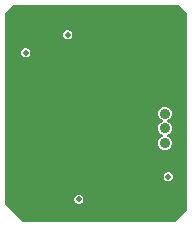
<source format=gbl>
G04*
G04 #@! TF.GenerationSoftware,Altium Limited,Altium Designer,21.6.1 (37)*
G04*
G04 Layer_Physical_Order=4*
G04 Layer_Color=16711680*
%FSLAX44Y44*%
%MOMM*%
G71*
G04*
G04 #@! TF.SameCoordinates,F4782AAD-9866-4A79-8099-FE8F1ED221DB*
G04*
G04*
G04 #@! TF.FilePolarity,Positive*
G04*
G01*
G75*
%ADD47C,0.7000*%
%ADD48C,0.5040*%
%ADD49C,0.9000*%
G36*
X411701Y261194D02*
Y95056D01*
X401694Y85049D01*
X271556D01*
X257049Y99556D01*
Y261694D01*
X263806Y268451D01*
X404444D01*
X411701Y261194D01*
D02*
G37*
%LPC*%
G36*
X311396Y246868D02*
X309888D01*
X308495Y246291D01*
X307429Y245225D01*
X306852Y243832D01*
Y242324D01*
X307429Y240931D01*
X308495Y239865D01*
X309888Y239288D01*
X311396D01*
X312789Y239865D01*
X313855Y240931D01*
X314432Y242324D01*
Y243832D01*
X313855Y245225D01*
X312789Y246291D01*
X311396Y246868D01*
D02*
G37*
G36*
X275836Y231628D02*
X274328D01*
X272935Y231051D01*
X271869Y229985D01*
X271292Y228592D01*
Y227084D01*
X271869Y225691D01*
X272935Y224625D01*
X274328Y224048D01*
X275836D01*
X277229Y224625D01*
X278295Y225691D01*
X278872Y227084D01*
Y228592D01*
X278295Y229985D01*
X277229Y231051D01*
X275836Y231628D01*
D02*
G37*
G36*
X393898Y182270D02*
X391602D01*
X389482Y181392D01*
X387859Y179768D01*
X386980Y177648D01*
Y175352D01*
X387859Y173232D01*
X389482Y171609D01*
X391102Y170937D01*
Y169563D01*
X389482Y168892D01*
X387859Y167269D01*
X386980Y165148D01*
Y162852D01*
X387859Y160732D01*
X389482Y159109D01*
X391102Y158437D01*
Y157063D01*
X389482Y156391D01*
X387859Y154768D01*
X386980Y152647D01*
Y150352D01*
X387859Y148231D01*
X389482Y146608D01*
X391602Y145730D01*
X393898D01*
X396018Y146608D01*
X397642Y148231D01*
X398520Y150352D01*
Y152647D01*
X397642Y154768D01*
X396018Y156391D01*
X394398Y157063D01*
Y158437D01*
X396018Y159109D01*
X397642Y160732D01*
X398520Y162852D01*
Y165148D01*
X397642Y167269D01*
X396018Y168892D01*
X394398Y169563D01*
Y170937D01*
X396018Y171609D01*
X397642Y173232D01*
X398520Y175352D01*
Y177648D01*
X397642Y179768D01*
X396018Y181392D01*
X393898Y182270D01*
D02*
G37*
G36*
X396232Y126726D02*
X394724D01*
X393331Y126149D01*
X392265Y125083D01*
X391688Y123690D01*
Y122182D01*
X392265Y120789D01*
X393331Y119723D01*
X394724Y119146D01*
X396232D01*
X397625Y119723D01*
X398691Y120789D01*
X399268Y122182D01*
Y123690D01*
X398691Y125083D01*
X397625Y126149D01*
X396232Y126726D01*
D02*
G37*
G36*
X320794Y107676D02*
X319286D01*
X317893Y107099D01*
X316827Y106033D01*
X316250Y104640D01*
Y103132D01*
X316827Y101739D01*
X317893Y100673D01*
X319286Y100096D01*
X320794D01*
X322187Y100673D01*
X323253Y101739D01*
X323830Y103132D01*
Y104640D01*
X323253Y106033D01*
X322187Y107099D01*
X320794Y107676D01*
D02*
G37*
%LPD*%
D47*
X406000Y206000D02*
D03*
Y126000D02*
D03*
X386000Y246000D02*
D03*
X376000Y146000D02*
D03*
X366000Y246000D02*
D03*
X346000D02*
D03*
X296000Y106000D02*
D03*
D48*
X275082Y227838D02*
D03*
X310642Y243078D02*
D03*
X395478Y122936D02*
D03*
X320040Y103886D02*
D03*
D49*
X392750Y189000D02*
D03*
Y176500D02*
D03*
Y164000D02*
D03*
Y151500D02*
D03*
M02*

</source>
